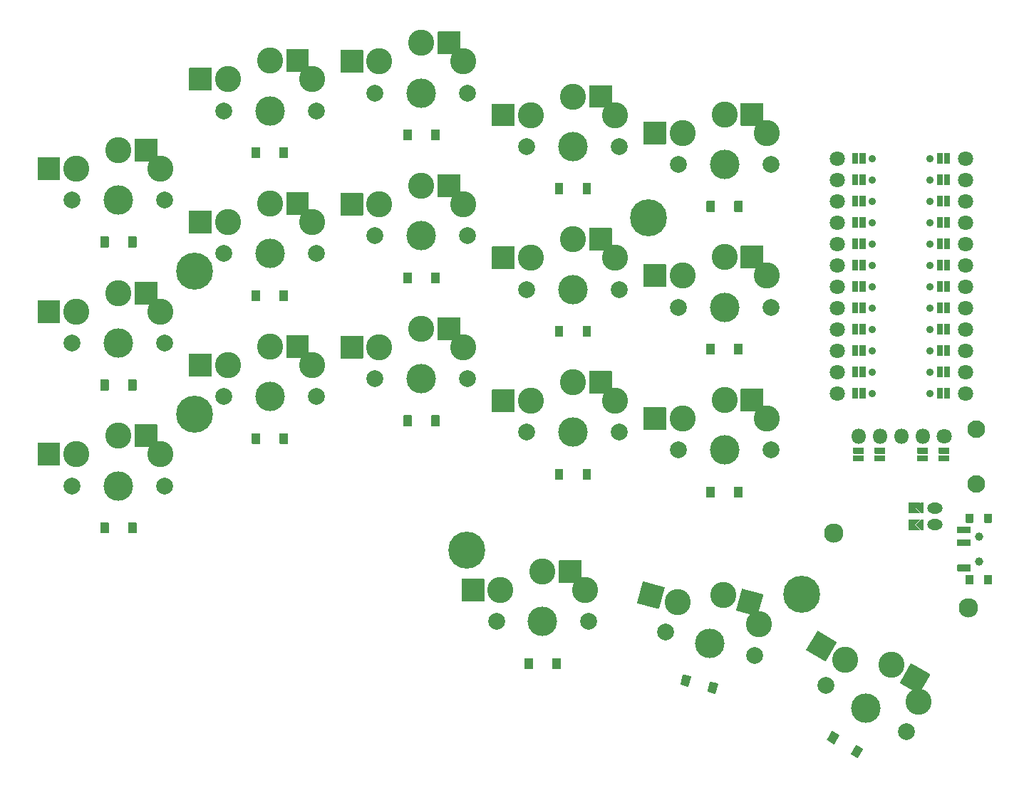
<source format=gts>
G04 #@! TF.GenerationSoftware,KiCad,Pcbnew,8.0.6+1*
G04 #@! TF.CreationDate,2024-12-31T16:22:16+00:00*
G04 #@! TF.ProjectId,corney_island_wireless,636f726e-6579-45f6-9973-6c616e645f77,0.2*
G04 #@! TF.SameCoordinates,Original*
G04 #@! TF.FileFunction,Soldermask,Top*
G04 #@! TF.FilePolarity,Negative*
%FSLAX46Y46*%
G04 Gerber Fmt 4.6, Leading zero omitted, Abs format (unit mm)*
G04 Created by KiCad (PCBNEW 8.0.6+1) date 2024-12-31 16:22:16*
%MOMM*%
%LPD*%
G01*
G04 APERTURE LIST*
%ADD10C,2.300000*%
%ADD11C,4.400000*%
%ADD12C,3.500000*%
%ADD13C,2.000000*%
%ADD14C,3.100000*%
%ADD15C,1.800000*%
%ADD16C,0.900000*%
%ADD17O,1.800000X1.800000*%
%ADD18C,1.000000*%
%ADD19C,2.100000*%
%ADD20O,1.850000X1.300000*%
G04 APERTURE END LIST*
D10*
X185000000Y-105575000D03*
X201000000Y-114475000D03*
D11*
X109000000Y-74500000D03*
X109000000Y-91500000D03*
X163000000Y-68125000D03*
X141400000Y-107650000D03*
X181186589Y-112888004D03*
D12*
X100000000Y-100000000D03*
D13*
X105500000Y-100000000D03*
X94500000Y-100000000D03*
D14*
X100000000Y-94050000D03*
X105000000Y-96250000D03*
D12*
X100000000Y-83000000D03*
D13*
X105500000Y-83000000D03*
X94500000Y-83000000D03*
D14*
X100000000Y-77050000D03*
X105000000Y-79250000D03*
D12*
X100000000Y-66000000D03*
D13*
X105500000Y-66000000D03*
X94500000Y-66000000D03*
D14*
X100000000Y-60050000D03*
X105000000Y-62250000D03*
D12*
X118000000Y-89375000D03*
D13*
X123500000Y-89375000D03*
X112500000Y-89375000D03*
D14*
X118000000Y-83425000D03*
X123000000Y-85625000D03*
D12*
X118000000Y-72375000D03*
D13*
X123500000Y-72375000D03*
X112500000Y-72375000D03*
D14*
X118000000Y-66425000D03*
X123000000Y-68625000D03*
D12*
X118000000Y-55375000D03*
D13*
X123500000Y-55375000D03*
X112500000Y-55375000D03*
D14*
X118000000Y-49425000D03*
X123000000Y-51625000D03*
D12*
X136000000Y-87250000D03*
D13*
X141500000Y-87250000D03*
X130500000Y-87250000D03*
D14*
X136000000Y-81300000D03*
X141000000Y-83500000D03*
D12*
X136000000Y-70250000D03*
D13*
X141500000Y-70250000D03*
X130500000Y-70250000D03*
D14*
X136000000Y-64300000D03*
X141000000Y-66500000D03*
D12*
X136000000Y-53250000D03*
D13*
X141500000Y-53250000D03*
X130500000Y-53250000D03*
D14*
X136000000Y-47300000D03*
X141000000Y-49500000D03*
D12*
X154000000Y-93625000D03*
D13*
X159500000Y-93625000D03*
X148500000Y-93625000D03*
D14*
X154000000Y-87675000D03*
X159000000Y-89875000D03*
D12*
X154000000Y-76625000D03*
D13*
X159500000Y-76625000D03*
X148500000Y-76625000D03*
D14*
X154000000Y-70675000D03*
X159000000Y-72875000D03*
D12*
X154000000Y-59625000D03*
D13*
X159500000Y-59625000D03*
X148500000Y-59625000D03*
D14*
X154000000Y-53675000D03*
X159000000Y-55875000D03*
D12*
X172000000Y-95750000D03*
D13*
X177500000Y-95750000D03*
X166500000Y-95750000D03*
D14*
X172000000Y-89800000D03*
X177000000Y-92000000D03*
D12*
X172000000Y-78750000D03*
D13*
X177500000Y-78750000D03*
X166500000Y-78750000D03*
D14*
X172000000Y-72800000D03*
X177000000Y-75000000D03*
D12*
X172000000Y-61750000D03*
D13*
X177500000Y-61750000D03*
X166500000Y-61750000D03*
D14*
X172000000Y-55800000D03*
X177000000Y-58000000D03*
D12*
X150400000Y-116150000D03*
D13*
X155900000Y-116150000D03*
X144900000Y-116150000D03*
D14*
X150400000Y-110200000D03*
X155400000Y-112400000D03*
D12*
X170293294Y-118769002D03*
D13*
X175605886Y-120192507D03*
X164980702Y-117345497D03*
D14*
X171833267Y-113021743D03*
X176093495Y-116440875D03*
D12*
X188830894Y-126447527D03*
D13*
X193594034Y-129197527D03*
X184067754Y-123697527D03*
D14*
X191805894Y-121294676D03*
X195036021Y-125699932D03*
D12*
X100000000Y-100000000D03*
D13*
X105500000Y-100000000D03*
X94500000Y-100000000D03*
D14*
X100000000Y-94050000D03*
X95000000Y-96250000D03*
G36*
G01*
X101925000Y-95350000D02*
X101925000Y-92750000D01*
G75*
G02*
X101975000Y-92700000I50000J0D01*
G01*
X104575000Y-92700000D01*
G75*
G02*
X104625000Y-92750000I0J-50000D01*
G01*
X104625000Y-95350000D01*
G75*
G02*
X104575000Y-95400000I-50000J0D01*
G01*
X101975000Y-95400000D01*
G75*
G02*
X101925000Y-95350000I0J50000D01*
G01*
G37*
G36*
G01*
X90375000Y-97550000D02*
X90375000Y-94950000D01*
G75*
G02*
X90425000Y-94900000I50000J0D01*
G01*
X93025000Y-94900000D01*
G75*
G02*
X93075000Y-94950000I0J-50000D01*
G01*
X93075000Y-97550000D01*
G75*
G02*
X93025000Y-97600000I-50000J0D01*
G01*
X90425000Y-97600000D01*
G75*
G02*
X90375000Y-97550000I0J50000D01*
G01*
G37*
D12*
X100000000Y-83000000D03*
D13*
X105500000Y-83000000D03*
X94500000Y-83000000D03*
D14*
X100000000Y-77050000D03*
X95000000Y-79250000D03*
G36*
G01*
X101925000Y-78350000D02*
X101925000Y-75750000D01*
G75*
G02*
X101975000Y-75700000I50000J0D01*
G01*
X104575000Y-75700000D01*
G75*
G02*
X104625000Y-75750000I0J-50000D01*
G01*
X104625000Y-78350000D01*
G75*
G02*
X104575000Y-78400000I-50000J0D01*
G01*
X101975000Y-78400000D01*
G75*
G02*
X101925000Y-78350000I0J50000D01*
G01*
G37*
G36*
G01*
X90375000Y-80550000D02*
X90375000Y-77950000D01*
G75*
G02*
X90425000Y-77900000I50000J0D01*
G01*
X93025000Y-77900000D01*
G75*
G02*
X93075000Y-77950000I0J-50000D01*
G01*
X93075000Y-80550000D01*
G75*
G02*
X93025000Y-80600000I-50000J0D01*
G01*
X90425000Y-80600000D01*
G75*
G02*
X90375000Y-80550000I0J50000D01*
G01*
G37*
D12*
X100000000Y-66000000D03*
D13*
X105500000Y-66000000D03*
X94500000Y-66000000D03*
D14*
X100000000Y-60050000D03*
X95000000Y-62250000D03*
G36*
G01*
X101925000Y-61350000D02*
X101925000Y-58750000D01*
G75*
G02*
X101975000Y-58700000I50000J0D01*
G01*
X104575000Y-58700000D01*
G75*
G02*
X104625000Y-58750000I0J-50000D01*
G01*
X104625000Y-61350000D01*
G75*
G02*
X104575000Y-61400000I-50000J0D01*
G01*
X101975000Y-61400000D01*
G75*
G02*
X101925000Y-61350000I0J50000D01*
G01*
G37*
G36*
G01*
X90375000Y-63550000D02*
X90375000Y-60950000D01*
G75*
G02*
X90425000Y-60900000I50000J0D01*
G01*
X93025000Y-60900000D01*
G75*
G02*
X93075000Y-60950000I0J-50000D01*
G01*
X93075000Y-63550000D01*
G75*
G02*
X93025000Y-63600000I-50000J0D01*
G01*
X90425000Y-63600000D01*
G75*
G02*
X90375000Y-63550000I0J50000D01*
G01*
G37*
D12*
X118000000Y-89375000D03*
D13*
X123500000Y-89375000D03*
X112500000Y-89375000D03*
D14*
X118000000Y-83425000D03*
X113000000Y-85625000D03*
G36*
G01*
X119925000Y-84725000D02*
X119925000Y-82125000D01*
G75*
G02*
X119975000Y-82075000I50000J0D01*
G01*
X122575000Y-82075000D01*
G75*
G02*
X122625000Y-82125000I0J-50000D01*
G01*
X122625000Y-84725000D01*
G75*
G02*
X122575000Y-84775000I-50000J0D01*
G01*
X119975000Y-84775000D01*
G75*
G02*
X119925000Y-84725000I0J50000D01*
G01*
G37*
G36*
G01*
X108375000Y-86925000D02*
X108375000Y-84325000D01*
G75*
G02*
X108425000Y-84275000I50000J0D01*
G01*
X111025000Y-84275000D01*
G75*
G02*
X111075000Y-84325000I0J-50000D01*
G01*
X111075000Y-86925000D01*
G75*
G02*
X111025000Y-86975000I-50000J0D01*
G01*
X108425000Y-86975000D01*
G75*
G02*
X108375000Y-86925000I0J50000D01*
G01*
G37*
D12*
X118000000Y-72375000D03*
D13*
X123500000Y-72375000D03*
X112500000Y-72375000D03*
D14*
X118000000Y-66425000D03*
X113000000Y-68625000D03*
G36*
G01*
X119925000Y-67725000D02*
X119925000Y-65125000D01*
G75*
G02*
X119975000Y-65075000I50000J0D01*
G01*
X122575000Y-65075000D01*
G75*
G02*
X122625000Y-65125000I0J-50000D01*
G01*
X122625000Y-67725000D01*
G75*
G02*
X122575000Y-67775000I-50000J0D01*
G01*
X119975000Y-67775000D01*
G75*
G02*
X119925000Y-67725000I0J50000D01*
G01*
G37*
G36*
G01*
X108375000Y-69925000D02*
X108375000Y-67325000D01*
G75*
G02*
X108425000Y-67275000I50000J0D01*
G01*
X111025000Y-67275000D01*
G75*
G02*
X111075000Y-67325000I0J-50000D01*
G01*
X111075000Y-69925000D01*
G75*
G02*
X111025000Y-69975000I-50000J0D01*
G01*
X108425000Y-69975000D01*
G75*
G02*
X108375000Y-69925000I0J50000D01*
G01*
G37*
D12*
X118000000Y-55375000D03*
D13*
X123500000Y-55375000D03*
X112500000Y-55375000D03*
D14*
X118000000Y-49425000D03*
X113000000Y-51625000D03*
G36*
G01*
X119925000Y-50725000D02*
X119925000Y-48125000D01*
G75*
G02*
X119975000Y-48075000I50000J0D01*
G01*
X122575000Y-48075000D01*
G75*
G02*
X122625000Y-48125000I0J-50000D01*
G01*
X122625000Y-50725000D01*
G75*
G02*
X122575000Y-50775000I-50000J0D01*
G01*
X119975000Y-50775000D01*
G75*
G02*
X119925000Y-50725000I0J50000D01*
G01*
G37*
G36*
G01*
X108375000Y-52925000D02*
X108375000Y-50325000D01*
G75*
G02*
X108425000Y-50275000I50000J0D01*
G01*
X111025000Y-50275000D01*
G75*
G02*
X111075000Y-50325000I0J-50000D01*
G01*
X111075000Y-52925000D01*
G75*
G02*
X111025000Y-52975000I-50000J0D01*
G01*
X108425000Y-52975000D01*
G75*
G02*
X108375000Y-52925000I0J50000D01*
G01*
G37*
D12*
X136000000Y-87250000D03*
D13*
X141500000Y-87250000D03*
X130500000Y-87250000D03*
D14*
X136000000Y-81300000D03*
X131000000Y-83500000D03*
G36*
G01*
X137925000Y-82600000D02*
X137925000Y-80000000D01*
G75*
G02*
X137975000Y-79950000I50000J0D01*
G01*
X140575000Y-79950000D01*
G75*
G02*
X140625000Y-80000000I0J-50000D01*
G01*
X140625000Y-82600000D01*
G75*
G02*
X140575000Y-82650000I-50000J0D01*
G01*
X137975000Y-82650000D01*
G75*
G02*
X137925000Y-82600000I0J50000D01*
G01*
G37*
G36*
G01*
X126375000Y-84800000D02*
X126375000Y-82200000D01*
G75*
G02*
X126425000Y-82150000I50000J0D01*
G01*
X129025000Y-82150000D01*
G75*
G02*
X129075000Y-82200000I0J-50000D01*
G01*
X129075000Y-84800000D01*
G75*
G02*
X129025000Y-84850000I-50000J0D01*
G01*
X126425000Y-84850000D01*
G75*
G02*
X126375000Y-84800000I0J50000D01*
G01*
G37*
D12*
X136000000Y-70250000D03*
D13*
X141500000Y-70250000D03*
X130500000Y-70250000D03*
D14*
X136000000Y-64300000D03*
X131000000Y-66500000D03*
G36*
G01*
X137925000Y-65600000D02*
X137925000Y-63000000D01*
G75*
G02*
X137975000Y-62950000I50000J0D01*
G01*
X140575000Y-62950000D01*
G75*
G02*
X140625000Y-63000000I0J-50000D01*
G01*
X140625000Y-65600000D01*
G75*
G02*
X140575000Y-65650000I-50000J0D01*
G01*
X137975000Y-65650000D01*
G75*
G02*
X137925000Y-65600000I0J50000D01*
G01*
G37*
G36*
G01*
X126375000Y-67800000D02*
X126375000Y-65200000D01*
G75*
G02*
X126425000Y-65150000I50000J0D01*
G01*
X129025000Y-65150000D01*
G75*
G02*
X129075000Y-65200000I0J-50000D01*
G01*
X129075000Y-67800000D01*
G75*
G02*
X129025000Y-67850000I-50000J0D01*
G01*
X126425000Y-67850000D01*
G75*
G02*
X126375000Y-67800000I0J50000D01*
G01*
G37*
D12*
X136000000Y-53250000D03*
D13*
X141500000Y-53250000D03*
X130500000Y-53250000D03*
D14*
X136000000Y-47300000D03*
X131000000Y-49500000D03*
G36*
G01*
X137925000Y-48600000D02*
X137925000Y-46000000D01*
G75*
G02*
X137975000Y-45950000I50000J0D01*
G01*
X140575000Y-45950000D01*
G75*
G02*
X140625000Y-46000000I0J-50000D01*
G01*
X140625000Y-48600000D01*
G75*
G02*
X140575000Y-48650000I-50000J0D01*
G01*
X137975000Y-48650000D01*
G75*
G02*
X137925000Y-48600000I0J50000D01*
G01*
G37*
G36*
G01*
X126375000Y-50800000D02*
X126375000Y-48200000D01*
G75*
G02*
X126425000Y-48150000I50000J0D01*
G01*
X129025000Y-48150000D01*
G75*
G02*
X129075000Y-48200000I0J-50000D01*
G01*
X129075000Y-50800000D01*
G75*
G02*
X129025000Y-50850000I-50000J0D01*
G01*
X126425000Y-50850000D01*
G75*
G02*
X126375000Y-50800000I0J50000D01*
G01*
G37*
D12*
X154000000Y-93625000D03*
D13*
X159500000Y-93625000D03*
X148500000Y-93625000D03*
D14*
X154000000Y-87675000D03*
X149000000Y-89875000D03*
G36*
G01*
X155925000Y-88975000D02*
X155925000Y-86375000D01*
G75*
G02*
X155975000Y-86325000I50000J0D01*
G01*
X158575000Y-86325000D01*
G75*
G02*
X158625000Y-86375000I0J-50000D01*
G01*
X158625000Y-88975000D01*
G75*
G02*
X158575000Y-89025000I-50000J0D01*
G01*
X155975000Y-89025000D01*
G75*
G02*
X155925000Y-88975000I0J50000D01*
G01*
G37*
G36*
G01*
X144375000Y-91175000D02*
X144375000Y-88575000D01*
G75*
G02*
X144425000Y-88525000I50000J0D01*
G01*
X147025000Y-88525000D01*
G75*
G02*
X147075000Y-88575000I0J-50000D01*
G01*
X147075000Y-91175000D01*
G75*
G02*
X147025000Y-91225000I-50000J0D01*
G01*
X144425000Y-91225000D01*
G75*
G02*
X144375000Y-91175000I0J50000D01*
G01*
G37*
D12*
X154000000Y-76625000D03*
D13*
X159500000Y-76625000D03*
X148500000Y-76625000D03*
D14*
X154000000Y-70675000D03*
X149000000Y-72875000D03*
G36*
G01*
X155925000Y-71975000D02*
X155925000Y-69375000D01*
G75*
G02*
X155975000Y-69325000I50000J0D01*
G01*
X158575000Y-69325000D01*
G75*
G02*
X158625000Y-69375000I0J-50000D01*
G01*
X158625000Y-71975000D01*
G75*
G02*
X158575000Y-72025000I-50000J0D01*
G01*
X155975000Y-72025000D01*
G75*
G02*
X155925000Y-71975000I0J50000D01*
G01*
G37*
G36*
G01*
X144375000Y-74175000D02*
X144375000Y-71575000D01*
G75*
G02*
X144425000Y-71525000I50000J0D01*
G01*
X147025000Y-71525000D01*
G75*
G02*
X147075000Y-71575000I0J-50000D01*
G01*
X147075000Y-74175000D01*
G75*
G02*
X147025000Y-74225000I-50000J0D01*
G01*
X144425000Y-74225000D01*
G75*
G02*
X144375000Y-74175000I0J50000D01*
G01*
G37*
D12*
X154000000Y-59625000D03*
D13*
X159500000Y-59625000D03*
X148500000Y-59625000D03*
D14*
X154000000Y-53675000D03*
X149000000Y-55875000D03*
G36*
G01*
X155925000Y-54975000D02*
X155925000Y-52375000D01*
G75*
G02*
X155975000Y-52325000I50000J0D01*
G01*
X158575000Y-52325000D01*
G75*
G02*
X158625000Y-52375000I0J-50000D01*
G01*
X158625000Y-54975000D01*
G75*
G02*
X158575000Y-55025000I-50000J0D01*
G01*
X155975000Y-55025000D01*
G75*
G02*
X155925000Y-54975000I0J50000D01*
G01*
G37*
G36*
G01*
X144375000Y-57175000D02*
X144375000Y-54575000D01*
G75*
G02*
X144425000Y-54525000I50000J0D01*
G01*
X147025000Y-54525000D01*
G75*
G02*
X147075000Y-54575000I0J-50000D01*
G01*
X147075000Y-57175000D01*
G75*
G02*
X147025000Y-57225000I-50000J0D01*
G01*
X144425000Y-57225000D01*
G75*
G02*
X144375000Y-57175000I0J50000D01*
G01*
G37*
D12*
X172000000Y-95750000D03*
D13*
X177500000Y-95750000D03*
X166500000Y-95750000D03*
D14*
X172000000Y-89800000D03*
X167000000Y-92000000D03*
G36*
G01*
X173925000Y-91100000D02*
X173925000Y-88500000D01*
G75*
G02*
X173975000Y-88450000I50000J0D01*
G01*
X176575000Y-88450000D01*
G75*
G02*
X176625000Y-88500000I0J-50000D01*
G01*
X176625000Y-91100000D01*
G75*
G02*
X176575000Y-91150000I-50000J0D01*
G01*
X173975000Y-91150000D01*
G75*
G02*
X173925000Y-91100000I0J50000D01*
G01*
G37*
G36*
G01*
X162375000Y-93300000D02*
X162375000Y-90700000D01*
G75*
G02*
X162425000Y-90650000I50000J0D01*
G01*
X165025000Y-90650000D01*
G75*
G02*
X165075000Y-90700000I0J-50000D01*
G01*
X165075000Y-93300000D01*
G75*
G02*
X165025000Y-93350000I-50000J0D01*
G01*
X162425000Y-93350000D01*
G75*
G02*
X162375000Y-93300000I0J50000D01*
G01*
G37*
D12*
X172000000Y-78750000D03*
D13*
X177500000Y-78750000D03*
X166500000Y-78750000D03*
D14*
X172000000Y-72800000D03*
X167000000Y-75000000D03*
G36*
G01*
X173925000Y-74100000D02*
X173925000Y-71500000D01*
G75*
G02*
X173975000Y-71450000I50000J0D01*
G01*
X176575000Y-71450000D01*
G75*
G02*
X176625000Y-71500000I0J-50000D01*
G01*
X176625000Y-74100000D01*
G75*
G02*
X176575000Y-74150000I-50000J0D01*
G01*
X173975000Y-74150000D01*
G75*
G02*
X173925000Y-74100000I0J50000D01*
G01*
G37*
G36*
G01*
X162375000Y-76300000D02*
X162375000Y-73700000D01*
G75*
G02*
X162425000Y-73650000I50000J0D01*
G01*
X165025000Y-73650000D01*
G75*
G02*
X165075000Y-73700000I0J-50000D01*
G01*
X165075000Y-76300000D01*
G75*
G02*
X165025000Y-76350000I-50000J0D01*
G01*
X162425000Y-76350000D01*
G75*
G02*
X162375000Y-76300000I0J50000D01*
G01*
G37*
D12*
X172000000Y-61750000D03*
D13*
X177500000Y-61750000D03*
X166500000Y-61750000D03*
D14*
X172000000Y-55800000D03*
X167000000Y-58000000D03*
G36*
G01*
X173925000Y-57100000D02*
X173925000Y-54500000D01*
G75*
G02*
X173975000Y-54450000I50000J0D01*
G01*
X176575000Y-54450000D01*
G75*
G02*
X176625000Y-54500000I0J-50000D01*
G01*
X176625000Y-57100000D01*
G75*
G02*
X176575000Y-57150000I-50000J0D01*
G01*
X173975000Y-57150000D01*
G75*
G02*
X173925000Y-57100000I0J50000D01*
G01*
G37*
G36*
G01*
X162375000Y-59300000D02*
X162375000Y-56700000D01*
G75*
G02*
X162425000Y-56650000I50000J0D01*
G01*
X165025000Y-56650000D01*
G75*
G02*
X165075000Y-56700000I0J-50000D01*
G01*
X165075000Y-59300000D01*
G75*
G02*
X165025000Y-59350000I-50000J0D01*
G01*
X162425000Y-59350000D01*
G75*
G02*
X162375000Y-59300000I0J50000D01*
G01*
G37*
D12*
X150400000Y-116150000D03*
D13*
X155900000Y-116150000D03*
X144900000Y-116150000D03*
D14*
X150400000Y-110200000D03*
X145400000Y-112400000D03*
G36*
G01*
X152325000Y-111500000D02*
X152325000Y-108900000D01*
G75*
G02*
X152375000Y-108850000I50000J0D01*
G01*
X154975000Y-108850000D01*
G75*
G02*
X155025000Y-108900000I0J-50000D01*
G01*
X155025000Y-111500000D01*
G75*
G02*
X154975000Y-111550000I-50000J0D01*
G01*
X152375000Y-111550000D01*
G75*
G02*
X152325000Y-111500000I0J50000D01*
G01*
G37*
G36*
G01*
X140775000Y-113700000D02*
X140775000Y-111100000D01*
G75*
G02*
X140825000Y-111050000I50000J0D01*
G01*
X143425000Y-111050000D01*
G75*
G02*
X143475000Y-111100000I0J-50000D01*
G01*
X143475000Y-113700000D01*
G75*
G02*
X143425000Y-113750000I-50000J0D01*
G01*
X140825000Y-113750000D01*
G75*
G02*
X140775000Y-113700000I0J50000D01*
G01*
G37*
D12*
X170293294Y-118769002D03*
D13*
X175605886Y-120192507D03*
X164980702Y-117345497D03*
D14*
X171833267Y-113021743D03*
X166434236Y-113852685D03*
G36*
G01*
X173356210Y-114775674D02*
X174029139Y-112264267D01*
G75*
G02*
X174090376Y-112228912I48296J-12941D01*
G01*
X176601783Y-112901841D01*
G75*
G02*
X176637138Y-112963078I-12941J-48296D01*
G01*
X175964209Y-115474485D01*
G75*
G02*
X175902972Y-115509840I-48296J12941D01*
G01*
X173391565Y-114836911D01*
G75*
G02*
X173356210Y-114775674I12941J48296D01*
G01*
G37*
G36*
G01*
X161630365Y-113911351D02*
X162303294Y-111399944D01*
G75*
G02*
X162364531Y-111364589I48296J-12941D01*
G01*
X164875938Y-112037518D01*
G75*
G02*
X164911293Y-112098755I-12941J-48296D01*
G01*
X164238364Y-114610162D01*
G75*
G02*
X164177127Y-114645517I-48296J12941D01*
G01*
X161665720Y-113972588D01*
G75*
G02*
X161630365Y-113911351I12941J48296D01*
G01*
G37*
D12*
X188830894Y-126447527D03*
D13*
X193594034Y-129197527D03*
X184067754Y-123697527D03*
D14*
X191805894Y-121294676D03*
X186375767Y-120699932D03*
G36*
G01*
X192822993Y-123383009D02*
X194122993Y-121131343D01*
G75*
G02*
X194191294Y-121113042I43301J-25000D01*
G01*
X196442960Y-122413042D01*
G75*
G02*
X196461261Y-122481343I-25000J-43301D01*
G01*
X195161261Y-124733009D01*
G75*
G02*
X195092960Y-124751310I-43301J25000D01*
G01*
X192841294Y-123451310D01*
G75*
G02*
X192822993Y-123383009I25000J43301D01*
G01*
G37*
G36*
G01*
X181720400Y-119513265D02*
X183020400Y-117261599D01*
G75*
G02*
X183088701Y-117243298I43301J-25000D01*
G01*
X185340367Y-118543298D01*
G75*
G02*
X185358668Y-118611599I-25000J-43301D01*
G01*
X184058668Y-120863265D01*
G75*
G02*
X183990367Y-120881566I-43301J25000D01*
G01*
X181738701Y-119581566D01*
G75*
G02*
X181720400Y-119513265I25000J43301D01*
G01*
G37*
G36*
G01*
X102150000Y-104400000D02*
X102150000Y-105600000D01*
G75*
G02*
X102100000Y-105650000I-50000J0D01*
G01*
X101200000Y-105650000D01*
G75*
G02*
X101150000Y-105600000I0J50000D01*
G01*
X101150000Y-104400000D01*
G75*
G02*
X101200000Y-104350000I50000J0D01*
G01*
X102100000Y-104350000D01*
G75*
G02*
X102150000Y-104400000I0J-50000D01*
G01*
G37*
G36*
G01*
X98850000Y-104400000D02*
X98850000Y-105600000D01*
G75*
G02*
X98800000Y-105650000I-50000J0D01*
G01*
X97900000Y-105650000D01*
G75*
G02*
X97850000Y-105600000I0J50000D01*
G01*
X97850000Y-104400000D01*
G75*
G02*
X97900000Y-104350000I50000J0D01*
G01*
X98800000Y-104350000D01*
G75*
G02*
X98850000Y-104400000I0J-50000D01*
G01*
G37*
G36*
G01*
X102150000Y-87400000D02*
X102150000Y-88600000D01*
G75*
G02*
X102100000Y-88650000I-50000J0D01*
G01*
X101200000Y-88650000D01*
G75*
G02*
X101150000Y-88600000I0J50000D01*
G01*
X101150000Y-87400000D01*
G75*
G02*
X101200000Y-87350000I50000J0D01*
G01*
X102100000Y-87350000D01*
G75*
G02*
X102150000Y-87400000I0J-50000D01*
G01*
G37*
G36*
G01*
X98850000Y-87400000D02*
X98850000Y-88600000D01*
G75*
G02*
X98800000Y-88650000I-50000J0D01*
G01*
X97900000Y-88650000D01*
G75*
G02*
X97850000Y-88600000I0J50000D01*
G01*
X97850000Y-87400000D01*
G75*
G02*
X97900000Y-87350000I50000J0D01*
G01*
X98800000Y-87350000D01*
G75*
G02*
X98850000Y-87400000I0J-50000D01*
G01*
G37*
G36*
G01*
X102150000Y-70400000D02*
X102150000Y-71600000D01*
G75*
G02*
X102100000Y-71650000I-50000J0D01*
G01*
X101200000Y-71650000D01*
G75*
G02*
X101150000Y-71600000I0J50000D01*
G01*
X101150000Y-70400000D01*
G75*
G02*
X101200000Y-70350000I50000J0D01*
G01*
X102100000Y-70350000D01*
G75*
G02*
X102150000Y-70400000I0J-50000D01*
G01*
G37*
G36*
G01*
X98850000Y-70400000D02*
X98850000Y-71600000D01*
G75*
G02*
X98800000Y-71650000I-50000J0D01*
G01*
X97900000Y-71650000D01*
G75*
G02*
X97850000Y-71600000I0J50000D01*
G01*
X97850000Y-70400000D01*
G75*
G02*
X97900000Y-70350000I50000J0D01*
G01*
X98800000Y-70350000D01*
G75*
G02*
X98850000Y-70400000I0J-50000D01*
G01*
G37*
G36*
G01*
X120150000Y-93775000D02*
X120150000Y-94975000D01*
G75*
G02*
X120100000Y-95025000I-50000J0D01*
G01*
X119200000Y-95025000D01*
G75*
G02*
X119150000Y-94975000I0J50000D01*
G01*
X119150000Y-93775000D01*
G75*
G02*
X119200000Y-93725000I50000J0D01*
G01*
X120100000Y-93725000D01*
G75*
G02*
X120150000Y-93775000I0J-50000D01*
G01*
G37*
G36*
G01*
X116850000Y-93775000D02*
X116850000Y-94975000D01*
G75*
G02*
X116800000Y-95025000I-50000J0D01*
G01*
X115900000Y-95025000D01*
G75*
G02*
X115850000Y-94975000I0J50000D01*
G01*
X115850000Y-93775000D01*
G75*
G02*
X115900000Y-93725000I50000J0D01*
G01*
X116800000Y-93725000D01*
G75*
G02*
X116850000Y-93775000I0J-50000D01*
G01*
G37*
G36*
G01*
X120150000Y-76775000D02*
X120150000Y-77975000D01*
G75*
G02*
X120100000Y-78025000I-50000J0D01*
G01*
X119200000Y-78025000D01*
G75*
G02*
X119150000Y-77975000I0J50000D01*
G01*
X119150000Y-76775000D01*
G75*
G02*
X119200000Y-76725000I50000J0D01*
G01*
X120100000Y-76725000D01*
G75*
G02*
X120150000Y-76775000I0J-50000D01*
G01*
G37*
G36*
G01*
X116850000Y-76775000D02*
X116850000Y-77975000D01*
G75*
G02*
X116800000Y-78025000I-50000J0D01*
G01*
X115900000Y-78025000D01*
G75*
G02*
X115850000Y-77975000I0J50000D01*
G01*
X115850000Y-76775000D01*
G75*
G02*
X115900000Y-76725000I50000J0D01*
G01*
X116800000Y-76725000D01*
G75*
G02*
X116850000Y-76775000I0J-50000D01*
G01*
G37*
G36*
G01*
X120150000Y-59775000D02*
X120150000Y-60975000D01*
G75*
G02*
X120100000Y-61025000I-50000J0D01*
G01*
X119200000Y-61025000D01*
G75*
G02*
X119150000Y-60975000I0J50000D01*
G01*
X119150000Y-59775000D01*
G75*
G02*
X119200000Y-59725000I50000J0D01*
G01*
X120100000Y-59725000D01*
G75*
G02*
X120150000Y-59775000I0J-50000D01*
G01*
G37*
G36*
G01*
X116850000Y-59775000D02*
X116850000Y-60975000D01*
G75*
G02*
X116800000Y-61025000I-50000J0D01*
G01*
X115900000Y-61025000D01*
G75*
G02*
X115850000Y-60975000I0J50000D01*
G01*
X115850000Y-59775000D01*
G75*
G02*
X115900000Y-59725000I50000J0D01*
G01*
X116800000Y-59725000D01*
G75*
G02*
X116850000Y-59775000I0J-50000D01*
G01*
G37*
G36*
G01*
X138150000Y-91650000D02*
X138150000Y-92850000D01*
G75*
G02*
X138100000Y-92900000I-50000J0D01*
G01*
X137200000Y-92900000D01*
G75*
G02*
X137150000Y-92850000I0J50000D01*
G01*
X137150000Y-91650000D01*
G75*
G02*
X137200000Y-91600000I50000J0D01*
G01*
X138100000Y-91600000D01*
G75*
G02*
X138150000Y-91650000I0J-50000D01*
G01*
G37*
G36*
G01*
X134850000Y-91650000D02*
X134850000Y-92850000D01*
G75*
G02*
X134800000Y-92900000I-50000J0D01*
G01*
X133900000Y-92900000D01*
G75*
G02*
X133850000Y-92850000I0J50000D01*
G01*
X133850000Y-91650000D01*
G75*
G02*
X133900000Y-91600000I50000J0D01*
G01*
X134800000Y-91600000D01*
G75*
G02*
X134850000Y-91650000I0J-50000D01*
G01*
G37*
G36*
G01*
X138150000Y-74650000D02*
X138150000Y-75850000D01*
G75*
G02*
X138100000Y-75900000I-50000J0D01*
G01*
X137200000Y-75900000D01*
G75*
G02*
X137150000Y-75850000I0J50000D01*
G01*
X137150000Y-74650000D01*
G75*
G02*
X137200000Y-74600000I50000J0D01*
G01*
X138100000Y-74600000D01*
G75*
G02*
X138150000Y-74650000I0J-50000D01*
G01*
G37*
G36*
G01*
X134850000Y-74650000D02*
X134850000Y-75850000D01*
G75*
G02*
X134800000Y-75900000I-50000J0D01*
G01*
X133900000Y-75900000D01*
G75*
G02*
X133850000Y-75850000I0J50000D01*
G01*
X133850000Y-74650000D01*
G75*
G02*
X133900000Y-74600000I50000J0D01*
G01*
X134800000Y-74600000D01*
G75*
G02*
X134850000Y-74650000I0J-50000D01*
G01*
G37*
G36*
G01*
X138150000Y-57650000D02*
X138150000Y-58850000D01*
G75*
G02*
X138100000Y-58900000I-50000J0D01*
G01*
X137200000Y-58900000D01*
G75*
G02*
X137150000Y-58850000I0J50000D01*
G01*
X137150000Y-57650000D01*
G75*
G02*
X137200000Y-57600000I50000J0D01*
G01*
X138100000Y-57600000D01*
G75*
G02*
X138150000Y-57650000I0J-50000D01*
G01*
G37*
G36*
G01*
X134850000Y-57650000D02*
X134850000Y-58850000D01*
G75*
G02*
X134800000Y-58900000I-50000J0D01*
G01*
X133900000Y-58900000D01*
G75*
G02*
X133850000Y-58850000I0J50000D01*
G01*
X133850000Y-57650000D01*
G75*
G02*
X133900000Y-57600000I50000J0D01*
G01*
X134800000Y-57600000D01*
G75*
G02*
X134850000Y-57650000I0J-50000D01*
G01*
G37*
G36*
G01*
X156150000Y-98025000D02*
X156150000Y-99225000D01*
G75*
G02*
X156100000Y-99275000I-50000J0D01*
G01*
X155200000Y-99275000D01*
G75*
G02*
X155150000Y-99225000I0J50000D01*
G01*
X155150000Y-98025000D01*
G75*
G02*
X155200000Y-97975000I50000J0D01*
G01*
X156100000Y-97975000D01*
G75*
G02*
X156150000Y-98025000I0J-50000D01*
G01*
G37*
G36*
G01*
X152850000Y-98025000D02*
X152850000Y-99225000D01*
G75*
G02*
X152800000Y-99275000I-50000J0D01*
G01*
X151900000Y-99275000D01*
G75*
G02*
X151850000Y-99225000I0J50000D01*
G01*
X151850000Y-98025000D01*
G75*
G02*
X151900000Y-97975000I50000J0D01*
G01*
X152800000Y-97975000D01*
G75*
G02*
X152850000Y-98025000I0J-50000D01*
G01*
G37*
G36*
G01*
X156150000Y-81025000D02*
X156150000Y-82225000D01*
G75*
G02*
X156100000Y-82275000I-50000J0D01*
G01*
X155200000Y-82275000D01*
G75*
G02*
X155150000Y-82225000I0J50000D01*
G01*
X155150000Y-81025000D01*
G75*
G02*
X155200000Y-80975000I50000J0D01*
G01*
X156100000Y-80975000D01*
G75*
G02*
X156150000Y-81025000I0J-50000D01*
G01*
G37*
G36*
G01*
X152850000Y-81025000D02*
X152850000Y-82225000D01*
G75*
G02*
X152800000Y-82275000I-50000J0D01*
G01*
X151900000Y-82275000D01*
G75*
G02*
X151850000Y-82225000I0J50000D01*
G01*
X151850000Y-81025000D01*
G75*
G02*
X151900000Y-80975000I50000J0D01*
G01*
X152800000Y-80975000D01*
G75*
G02*
X152850000Y-81025000I0J-50000D01*
G01*
G37*
G36*
G01*
X156150000Y-64025000D02*
X156150000Y-65225000D01*
G75*
G02*
X156100000Y-65275000I-50000J0D01*
G01*
X155200000Y-65275000D01*
G75*
G02*
X155150000Y-65225000I0J50000D01*
G01*
X155150000Y-64025000D01*
G75*
G02*
X155200000Y-63975000I50000J0D01*
G01*
X156100000Y-63975000D01*
G75*
G02*
X156150000Y-64025000I0J-50000D01*
G01*
G37*
G36*
G01*
X152850000Y-64025000D02*
X152850000Y-65225000D01*
G75*
G02*
X152800000Y-65275000I-50000J0D01*
G01*
X151900000Y-65275000D01*
G75*
G02*
X151850000Y-65225000I0J50000D01*
G01*
X151850000Y-64025000D01*
G75*
G02*
X151900000Y-63975000I50000J0D01*
G01*
X152800000Y-63975000D01*
G75*
G02*
X152850000Y-64025000I0J-50000D01*
G01*
G37*
G36*
G01*
X174150000Y-100150000D02*
X174150000Y-101350000D01*
G75*
G02*
X174100000Y-101400000I-50000J0D01*
G01*
X173200000Y-101400000D01*
G75*
G02*
X173150000Y-101350000I0J50000D01*
G01*
X173150000Y-100150000D01*
G75*
G02*
X173200000Y-100100000I50000J0D01*
G01*
X174100000Y-100100000D01*
G75*
G02*
X174150000Y-100150000I0J-50000D01*
G01*
G37*
G36*
G01*
X170850000Y-100150000D02*
X170850000Y-101350000D01*
G75*
G02*
X170800000Y-101400000I-50000J0D01*
G01*
X169900000Y-101400000D01*
G75*
G02*
X169850000Y-101350000I0J50000D01*
G01*
X169850000Y-100150000D01*
G75*
G02*
X169900000Y-100100000I50000J0D01*
G01*
X170800000Y-100100000D01*
G75*
G02*
X170850000Y-100150000I0J-50000D01*
G01*
G37*
G36*
G01*
X174150000Y-83150000D02*
X174150000Y-84350000D01*
G75*
G02*
X174100000Y-84400000I-50000J0D01*
G01*
X173200000Y-84400000D01*
G75*
G02*
X173150000Y-84350000I0J50000D01*
G01*
X173150000Y-83150000D01*
G75*
G02*
X173200000Y-83100000I50000J0D01*
G01*
X174100000Y-83100000D01*
G75*
G02*
X174150000Y-83150000I0J-50000D01*
G01*
G37*
G36*
G01*
X170850000Y-83150000D02*
X170850000Y-84350000D01*
G75*
G02*
X170800000Y-84400000I-50000J0D01*
G01*
X169900000Y-84400000D01*
G75*
G02*
X169850000Y-84350000I0J50000D01*
G01*
X169850000Y-83150000D01*
G75*
G02*
X169900000Y-83100000I50000J0D01*
G01*
X170800000Y-83100000D01*
G75*
G02*
X170850000Y-83150000I0J-50000D01*
G01*
G37*
G36*
G01*
X174150000Y-66150000D02*
X174150000Y-67350000D01*
G75*
G02*
X174100000Y-67400000I-50000J0D01*
G01*
X173200000Y-67400000D01*
G75*
G02*
X173150000Y-67350000I0J50000D01*
G01*
X173150000Y-66150000D01*
G75*
G02*
X173200000Y-66100000I50000J0D01*
G01*
X174100000Y-66100000D01*
G75*
G02*
X174150000Y-66150000I0J-50000D01*
G01*
G37*
G36*
G01*
X170850000Y-66150000D02*
X170850000Y-67350000D01*
G75*
G02*
X170800000Y-67400000I-50000J0D01*
G01*
X169900000Y-67400000D01*
G75*
G02*
X169850000Y-67350000I0J50000D01*
G01*
X169850000Y-66150000D01*
G75*
G02*
X169900000Y-66100000I50000J0D01*
G01*
X170800000Y-66100000D01*
G75*
G02*
X170850000Y-66150000I0J-50000D01*
G01*
G37*
G36*
G01*
X152550000Y-120550000D02*
X152550000Y-121750000D01*
G75*
G02*
X152500000Y-121800000I-50000J0D01*
G01*
X151600000Y-121800000D01*
G75*
G02*
X151550000Y-121750000I0J50000D01*
G01*
X151550000Y-120550000D01*
G75*
G02*
X151600000Y-120500000I50000J0D01*
G01*
X152500000Y-120500000D01*
G75*
G02*
X152550000Y-120550000I0J-50000D01*
G01*
G37*
G36*
G01*
X149250000Y-120550000D02*
X149250000Y-121750000D01*
G75*
G02*
X149200000Y-121800000I-50000J0D01*
G01*
X148300000Y-121800000D01*
G75*
G02*
X148250000Y-121750000I0J50000D01*
G01*
X148250000Y-120550000D01*
G75*
G02*
X148300000Y-120500000I50000J0D01*
G01*
X149200000Y-120500000D01*
G75*
G02*
X149250000Y-120550000I0J-50000D01*
G01*
G37*
G36*
G01*
X171231231Y-123575536D02*
X170920648Y-124734647D01*
G75*
G02*
X170859411Y-124770002I-48296J12941D01*
G01*
X169990078Y-124537065D01*
G75*
G02*
X169954723Y-124475828I12941J48296D01*
G01*
X170265306Y-123316717D01*
G75*
G02*
X170326543Y-123281362I48296J-12941D01*
G01*
X171195876Y-123514299D01*
G75*
G02*
X171231231Y-123575536I-12941J-48296D01*
G01*
G37*
G36*
G01*
X168043675Y-122721434D02*
X167733092Y-123880545D01*
G75*
G02*
X167671855Y-123915900I-48296J12941D01*
G01*
X166802522Y-123682963D01*
G75*
G02*
X166767167Y-123621726I12941J48296D01*
G01*
X167077750Y-122462615D01*
G75*
G02*
X167138987Y-122427260I48296J-12941D01*
G01*
X168008320Y-122660197D01*
G75*
G02*
X168043675Y-122721434I-12941J-48296D01*
G01*
G37*
G36*
G01*
X188492848Y-131333039D02*
X187892848Y-132372269D01*
G75*
G02*
X187824547Y-132390570I-43301J25000D01*
G01*
X187045125Y-131940570D01*
G75*
G02*
X187026824Y-131872269I25000J43301D01*
G01*
X187626824Y-130833039D01*
G75*
G02*
X187695125Y-130814738I43301J-25000D01*
G01*
X188474547Y-131264738D01*
G75*
G02*
X188492848Y-131333039I-25000J-43301D01*
G01*
G37*
G36*
G01*
X185634964Y-129683039D02*
X185034964Y-130722269D01*
G75*
G02*
X184966663Y-130740570I-43301J25000D01*
G01*
X184187241Y-130290570D01*
G75*
G02*
X184168940Y-130222269I25000J43301D01*
G01*
X184768940Y-129183039D01*
G75*
G02*
X184837241Y-129164738I43301J-25000D01*
G01*
X185616663Y-129614738D01*
G75*
G02*
X185634964Y-129683039I-25000J-43301D01*
G01*
G37*
D15*
X185380000Y-61045000D03*
X200620000Y-61045000D03*
D16*
X196400000Y-61045000D03*
X189600000Y-61045000D03*
G36*
G01*
X187170000Y-61645000D02*
X187170000Y-60445000D01*
G75*
G02*
X187220000Y-60395000I50000J0D01*
G01*
X187820000Y-60395000D01*
G75*
G02*
X187870000Y-60445000I0J-50000D01*
G01*
X187870000Y-61645000D01*
G75*
G02*
X187820000Y-61695000I-50000J0D01*
G01*
X187220000Y-61695000D01*
G75*
G02*
X187170000Y-61645000I0J50000D01*
G01*
G37*
G36*
G01*
X188070000Y-61645000D02*
X188070000Y-60445000D01*
G75*
G02*
X188120000Y-60395000I50000J0D01*
G01*
X188720000Y-60395000D01*
G75*
G02*
X188770000Y-60445000I0J-50000D01*
G01*
X188770000Y-61645000D01*
G75*
G02*
X188720000Y-61695000I-50000J0D01*
G01*
X188120000Y-61695000D01*
G75*
G02*
X188070000Y-61645000I0J50000D01*
G01*
G37*
G36*
G01*
X197230000Y-61645000D02*
X197230000Y-60445000D01*
G75*
G02*
X197280000Y-60395000I50000J0D01*
G01*
X197880000Y-60395000D01*
G75*
G02*
X197930000Y-60445000I0J-50000D01*
G01*
X197930000Y-61645000D01*
G75*
G02*
X197880000Y-61695000I-50000J0D01*
G01*
X197280000Y-61695000D01*
G75*
G02*
X197230000Y-61645000I0J50000D01*
G01*
G37*
G36*
G01*
X198130000Y-61645000D02*
X198130000Y-60445000D01*
G75*
G02*
X198180000Y-60395000I50000J0D01*
G01*
X198780000Y-60395000D01*
G75*
G02*
X198830000Y-60445000I0J-50000D01*
G01*
X198830000Y-61645000D01*
G75*
G02*
X198780000Y-61695000I-50000J0D01*
G01*
X198180000Y-61695000D01*
G75*
G02*
X198130000Y-61645000I0J50000D01*
G01*
G37*
D15*
X185380000Y-63585000D03*
X200620000Y-63585000D03*
D16*
X196400000Y-63585000D03*
X189600000Y-63585000D03*
G36*
G01*
X187170000Y-64185000D02*
X187170000Y-62985000D01*
G75*
G02*
X187220000Y-62935000I50000J0D01*
G01*
X187820000Y-62935000D01*
G75*
G02*
X187870000Y-62985000I0J-50000D01*
G01*
X187870000Y-64185000D01*
G75*
G02*
X187820000Y-64235000I-50000J0D01*
G01*
X187220000Y-64235000D01*
G75*
G02*
X187170000Y-64185000I0J50000D01*
G01*
G37*
G36*
G01*
X188070000Y-64185000D02*
X188070000Y-62985000D01*
G75*
G02*
X188120000Y-62935000I50000J0D01*
G01*
X188720000Y-62935000D01*
G75*
G02*
X188770000Y-62985000I0J-50000D01*
G01*
X188770000Y-64185000D01*
G75*
G02*
X188720000Y-64235000I-50000J0D01*
G01*
X188120000Y-64235000D01*
G75*
G02*
X188070000Y-64185000I0J50000D01*
G01*
G37*
G36*
G01*
X197230000Y-64185000D02*
X197230000Y-62985000D01*
G75*
G02*
X197280000Y-62935000I50000J0D01*
G01*
X197880000Y-62935000D01*
G75*
G02*
X197930000Y-62985000I0J-50000D01*
G01*
X197930000Y-64185000D01*
G75*
G02*
X197880000Y-64235000I-50000J0D01*
G01*
X197280000Y-64235000D01*
G75*
G02*
X197230000Y-64185000I0J50000D01*
G01*
G37*
G36*
G01*
X198130000Y-64185000D02*
X198130000Y-62985000D01*
G75*
G02*
X198180000Y-62935000I50000J0D01*
G01*
X198780000Y-62935000D01*
G75*
G02*
X198830000Y-62985000I0J-50000D01*
G01*
X198830000Y-64185000D01*
G75*
G02*
X198780000Y-64235000I-50000J0D01*
G01*
X198180000Y-64235000D01*
G75*
G02*
X198130000Y-64185000I0J50000D01*
G01*
G37*
D15*
X185380000Y-66125000D03*
X200620000Y-66125000D03*
D16*
X196400000Y-66125000D03*
X189600000Y-66125000D03*
G36*
G01*
X187170000Y-66725000D02*
X187170000Y-65525000D01*
G75*
G02*
X187220000Y-65475000I50000J0D01*
G01*
X187820000Y-65475000D01*
G75*
G02*
X187870000Y-65525000I0J-50000D01*
G01*
X187870000Y-66725000D01*
G75*
G02*
X187820000Y-66775000I-50000J0D01*
G01*
X187220000Y-66775000D01*
G75*
G02*
X187170000Y-66725000I0J50000D01*
G01*
G37*
G36*
G01*
X188070000Y-66725000D02*
X188070000Y-65525000D01*
G75*
G02*
X188120000Y-65475000I50000J0D01*
G01*
X188720000Y-65475000D01*
G75*
G02*
X188770000Y-65525000I0J-50000D01*
G01*
X188770000Y-66725000D01*
G75*
G02*
X188720000Y-66775000I-50000J0D01*
G01*
X188120000Y-66775000D01*
G75*
G02*
X188070000Y-66725000I0J50000D01*
G01*
G37*
G36*
G01*
X197230000Y-66725000D02*
X197230000Y-65525000D01*
G75*
G02*
X197280000Y-65475000I50000J0D01*
G01*
X197880000Y-65475000D01*
G75*
G02*
X197930000Y-65525000I0J-50000D01*
G01*
X197930000Y-66725000D01*
G75*
G02*
X197880000Y-66775000I-50000J0D01*
G01*
X197280000Y-66775000D01*
G75*
G02*
X197230000Y-66725000I0J50000D01*
G01*
G37*
G36*
G01*
X198130000Y-66725000D02*
X198130000Y-65525000D01*
G75*
G02*
X198180000Y-65475000I50000J0D01*
G01*
X198780000Y-65475000D01*
G75*
G02*
X198830000Y-65525000I0J-50000D01*
G01*
X198830000Y-66725000D01*
G75*
G02*
X198780000Y-66775000I-50000J0D01*
G01*
X198180000Y-66775000D01*
G75*
G02*
X198130000Y-66725000I0J50000D01*
G01*
G37*
D15*
X185380000Y-68665000D03*
X200620000Y-68665000D03*
D16*
X196400000Y-68665000D03*
X189600000Y-68665000D03*
G36*
G01*
X187170000Y-69265000D02*
X187170000Y-68065000D01*
G75*
G02*
X187220000Y-68015000I50000J0D01*
G01*
X187820000Y-68015000D01*
G75*
G02*
X187870000Y-68065000I0J-50000D01*
G01*
X187870000Y-69265000D01*
G75*
G02*
X187820000Y-69315000I-50000J0D01*
G01*
X187220000Y-69315000D01*
G75*
G02*
X187170000Y-69265000I0J50000D01*
G01*
G37*
G36*
G01*
X188070000Y-69265000D02*
X188070000Y-68065000D01*
G75*
G02*
X188120000Y-68015000I50000J0D01*
G01*
X188720000Y-68015000D01*
G75*
G02*
X188770000Y-68065000I0J-50000D01*
G01*
X188770000Y-69265000D01*
G75*
G02*
X188720000Y-69315000I-50000J0D01*
G01*
X188120000Y-69315000D01*
G75*
G02*
X188070000Y-69265000I0J50000D01*
G01*
G37*
G36*
G01*
X197230000Y-69265000D02*
X197230000Y-68065000D01*
G75*
G02*
X197280000Y-68015000I50000J0D01*
G01*
X197880000Y-68015000D01*
G75*
G02*
X197930000Y-68065000I0J-50000D01*
G01*
X197930000Y-69265000D01*
G75*
G02*
X197880000Y-69315000I-50000J0D01*
G01*
X197280000Y-69315000D01*
G75*
G02*
X197230000Y-69265000I0J50000D01*
G01*
G37*
G36*
G01*
X198130000Y-69265000D02*
X198130000Y-68065000D01*
G75*
G02*
X198180000Y-68015000I50000J0D01*
G01*
X198780000Y-68015000D01*
G75*
G02*
X198830000Y-68065000I0J-50000D01*
G01*
X198830000Y-69265000D01*
G75*
G02*
X198780000Y-69315000I-50000J0D01*
G01*
X198180000Y-69315000D01*
G75*
G02*
X198130000Y-69265000I0J50000D01*
G01*
G37*
D15*
X185380000Y-71205000D03*
X200620000Y-71205000D03*
D16*
X196400000Y-71205000D03*
X189600000Y-71205000D03*
G36*
G01*
X187170000Y-71805000D02*
X187170000Y-70605000D01*
G75*
G02*
X187220000Y-70555000I50000J0D01*
G01*
X187820000Y-70555000D01*
G75*
G02*
X187870000Y-70605000I0J-50000D01*
G01*
X187870000Y-71805000D01*
G75*
G02*
X187820000Y-71855000I-50000J0D01*
G01*
X187220000Y-71855000D01*
G75*
G02*
X187170000Y-71805000I0J50000D01*
G01*
G37*
G36*
G01*
X188070000Y-71805000D02*
X188070000Y-70605000D01*
G75*
G02*
X188120000Y-70555000I50000J0D01*
G01*
X188720000Y-70555000D01*
G75*
G02*
X188770000Y-70605000I0J-50000D01*
G01*
X188770000Y-71805000D01*
G75*
G02*
X188720000Y-71855000I-50000J0D01*
G01*
X188120000Y-71855000D01*
G75*
G02*
X188070000Y-71805000I0J50000D01*
G01*
G37*
G36*
G01*
X197230000Y-71805000D02*
X197230000Y-70605000D01*
G75*
G02*
X197280000Y-70555000I50000J0D01*
G01*
X197880000Y-70555000D01*
G75*
G02*
X197930000Y-70605000I0J-50000D01*
G01*
X197930000Y-71805000D01*
G75*
G02*
X197880000Y-71855000I-50000J0D01*
G01*
X197280000Y-71855000D01*
G75*
G02*
X197230000Y-71805000I0J50000D01*
G01*
G37*
G36*
G01*
X198130000Y-71805000D02*
X198130000Y-70605000D01*
G75*
G02*
X198180000Y-70555000I50000J0D01*
G01*
X198780000Y-70555000D01*
G75*
G02*
X198830000Y-70605000I0J-50000D01*
G01*
X198830000Y-71805000D01*
G75*
G02*
X198780000Y-71855000I-50000J0D01*
G01*
X198180000Y-71855000D01*
G75*
G02*
X198130000Y-71805000I0J50000D01*
G01*
G37*
D15*
X185380000Y-73745000D03*
X200620000Y-73745000D03*
D16*
X196400000Y-73745000D03*
X189600000Y-73745000D03*
G36*
G01*
X187170000Y-74345000D02*
X187170000Y-73145000D01*
G75*
G02*
X187220000Y-73095000I50000J0D01*
G01*
X187820000Y-73095000D01*
G75*
G02*
X187870000Y-73145000I0J-50000D01*
G01*
X187870000Y-74345000D01*
G75*
G02*
X187820000Y-74395000I-50000J0D01*
G01*
X187220000Y-74395000D01*
G75*
G02*
X187170000Y-74345000I0J50000D01*
G01*
G37*
G36*
G01*
X188070000Y-74345000D02*
X188070000Y-73145000D01*
G75*
G02*
X188120000Y-73095000I50000J0D01*
G01*
X188720000Y-73095000D01*
G75*
G02*
X188770000Y-73145000I0J-50000D01*
G01*
X188770000Y-74345000D01*
G75*
G02*
X188720000Y-74395000I-50000J0D01*
G01*
X188120000Y-74395000D01*
G75*
G02*
X188070000Y-74345000I0J50000D01*
G01*
G37*
G36*
G01*
X197230000Y-74345000D02*
X197230000Y-73145000D01*
G75*
G02*
X197280000Y-73095000I50000J0D01*
G01*
X197880000Y-73095000D01*
G75*
G02*
X197930000Y-73145000I0J-50000D01*
G01*
X197930000Y-74345000D01*
G75*
G02*
X197880000Y-74395000I-50000J0D01*
G01*
X197280000Y-74395000D01*
G75*
G02*
X197230000Y-74345000I0J50000D01*
G01*
G37*
G36*
G01*
X198130000Y-74345000D02*
X198130000Y-73145000D01*
G75*
G02*
X198180000Y-73095000I50000J0D01*
G01*
X198780000Y-73095000D01*
G75*
G02*
X198830000Y-73145000I0J-50000D01*
G01*
X198830000Y-74345000D01*
G75*
G02*
X198780000Y-74395000I-50000J0D01*
G01*
X198180000Y-74395000D01*
G75*
G02*
X198130000Y-74345000I0J50000D01*
G01*
G37*
D15*
X185380000Y-76285000D03*
X200620000Y-76285000D03*
D16*
X196400000Y-76285000D03*
X189600000Y-76285000D03*
G36*
G01*
X187170000Y-76885000D02*
X187170000Y-75685000D01*
G75*
G02*
X187220000Y-75635000I50000J0D01*
G01*
X187820000Y-75635000D01*
G75*
G02*
X187870000Y-75685000I0J-50000D01*
G01*
X187870000Y-76885000D01*
G75*
G02*
X187820000Y-76935000I-50000J0D01*
G01*
X187220000Y-76935000D01*
G75*
G02*
X187170000Y-76885000I0J50000D01*
G01*
G37*
G36*
G01*
X188070000Y-76885000D02*
X188070000Y-75685000D01*
G75*
G02*
X188120000Y-75635000I50000J0D01*
G01*
X188720000Y-75635000D01*
G75*
G02*
X188770000Y-75685000I0J-50000D01*
G01*
X188770000Y-76885000D01*
G75*
G02*
X188720000Y-76935000I-50000J0D01*
G01*
X188120000Y-76935000D01*
G75*
G02*
X188070000Y-76885000I0J50000D01*
G01*
G37*
G36*
G01*
X197230000Y-76885000D02*
X197230000Y-75685000D01*
G75*
G02*
X197280000Y-75635000I50000J0D01*
G01*
X197880000Y-75635000D01*
G75*
G02*
X197930000Y-75685000I0J-50000D01*
G01*
X197930000Y-76885000D01*
G75*
G02*
X197880000Y-76935000I-50000J0D01*
G01*
X197280000Y-76935000D01*
G75*
G02*
X197230000Y-76885000I0J50000D01*
G01*
G37*
G36*
G01*
X198130000Y-76885000D02*
X198130000Y-75685000D01*
G75*
G02*
X198180000Y-75635000I50000J0D01*
G01*
X198780000Y-75635000D01*
G75*
G02*
X198830000Y-75685000I0J-50000D01*
G01*
X198830000Y-76885000D01*
G75*
G02*
X198780000Y-76935000I-50000J0D01*
G01*
X198180000Y-76935000D01*
G75*
G02*
X198130000Y-76885000I0J50000D01*
G01*
G37*
D15*
X185380000Y-78825000D03*
X200620000Y-78825000D03*
D16*
X196400000Y-78825000D03*
X189600000Y-78825000D03*
G36*
G01*
X187170000Y-79425000D02*
X187170000Y-78225000D01*
G75*
G02*
X187220000Y-78175000I50000J0D01*
G01*
X187820000Y-78175000D01*
G75*
G02*
X187870000Y-78225000I0J-50000D01*
G01*
X187870000Y-79425000D01*
G75*
G02*
X187820000Y-79475000I-50000J0D01*
G01*
X187220000Y-79475000D01*
G75*
G02*
X187170000Y-79425000I0J50000D01*
G01*
G37*
G36*
G01*
X188070000Y-79425000D02*
X188070000Y-78225000D01*
G75*
G02*
X188120000Y-78175000I50000J0D01*
G01*
X188720000Y-78175000D01*
G75*
G02*
X188770000Y-78225000I0J-50000D01*
G01*
X188770000Y-79425000D01*
G75*
G02*
X188720000Y-79475000I-50000J0D01*
G01*
X188120000Y-79475000D01*
G75*
G02*
X188070000Y-79425000I0J50000D01*
G01*
G37*
G36*
G01*
X197230000Y-79425000D02*
X197230000Y-78225000D01*
G75*
G02*
X197280000Y-78175000I50000J0D01*
G01*
X197880000Y-78175000D01*
G75*
G02*
X197930000Y-78225000I0J-50000D01*
G01*
X197930000Y-79425000D01*
G75*
G02*
X197880000Y-79475000I-50000J0D01*
G01*
X197280000Y-79475000D01*
G75*
G02*
X197230000Y-79425000I0J50000D01*
G01*
G37*
G36*
G01*
X198130000Y-79425000D02*
X198130000Y-78225000D01*
G75*
G02*
X198180000Y-78175000I50000J0D01*
G01*
X198780000Y-78175000D01*
G75*
G02*
X198830000Y-78225000I0J-50000D01*
G01*
X198830000Y-79425000D01*
G75*
G02*
X198780000Y-79475000I-50000J0D01*
G01*
X198180000Y-79475000D01*
G75*
G02*
X198130000Y-79425000I0J50000D01*
G01*
G37*
D15*
X185380000Y-81365000D03*
X200620000Y-81365000D03*
D16*
X196400000Y-81365000D03*
X189600000Y-81365000D03*
G36*
G01*
X187170000Y-81965000D02*
X187170000Y-80765000D01*
G75*
G02*
X187220000Y-80715000I50000J0D01*
G01*
X187820000Y-80715000D01*
G75*
G02*
X187870000Y-80765000I0J-50000D01*
G01*
X187870000Y-81965000D01*
G75*
G02*
X187820000Y-82015000I-50000J0D01*
G01*
X187220000Y-82015000D01*
G75*
G02*
X187170000Y-81965000I0J50000D01*
G01*
G37*
G36*
G01*
X188070000Y-81965000D02*
X188070000Y-80765000D01*
G75*
G02*
X188120000Y-80715000I50000J0D01*
G01*
X188720000Y-80715000D01*
G75*
G02*
X188770000Y-80765000I0J-50000D01*
G01*
X188770000Y-81965000D01*
G75*
G02*
X188720000Y-82015000I-50000J0D01*
G01*
X188120000Y-82015000D01*
G75*
G02*
X188070000Y-81965000I0J50000D01*
G01*
G37*
G36*
G01*
X197230000Y-81965000D02*
X197230000Y-80765000D01*
G75*
G02*
X197280000Y-80715000I50000J0D01*
G01*
X197880000Y-80715000D01*
G75*
G02*
X197930000Y-80765000I0J-50000D01*
G01*
X197930000Y-81965000D01*
G75*
G02*
X197880000Y-82015000I-50000J0D01*
G01*
X197280000Y-82015000D01*
G75*
G02*
X197230000Y-81965000I0J50000D01*
G01*
G37*
G36*
G01*
X198130000Y-81965000D02*
X198130000Y-80765000D01*
G75*
G02*
X198180000Y-80715000I50000J0D01*
G01*
X198780000Y-80715000D01*
G75*
G02*
X198830000Y-80765000I0J-50000D01*
G01*
X198830000Y-81965000D01*
G75*
G02*
X198780000Y-82015000I-50000J0D01*
G01*
X198180000Y-82015000D01*
G75*
G02*
X198130000Y-81965000I0J50000D01*
G01*
G37*
D15*
X185380000Y-83905000D03*
X200620000Y-83905000D03*
D16*
X196400000Y-83905000D03*
X189600000Y-83905000D03*
G36*
G01*
X187170000Y-84505000D02*
X187170000Y-83305000D01*
G75*
G02*
X187220000Y-83255000I50000J0D01*
G01*
X187820000Y-83255000D01*
G75*
G02*
X187870000Y-83305000I0J-50000D01*
G01*
X187870000Y-84505000D01*
G75*
G02*
X187820000Y-84555000I-50000J0D01*
G01*
X187220000Y-84555000D01*
G75*
G02*
X187170000Y-84505000I0J50000D01*
G01*
G37*
G36*
G01*
X188070000Y-84505000D02*
X188070000Y-83305000D01*
G75*
G02*
X188120000Y-83255000I50000J0D01*
G01*
X188720000Y-83255000D01*
G75*
G02*
X188770000Y-83305000I0J-50000D01*
G01*
X188770000Y-84505000D01*
G75*
G02*
X188720000Y-84555000I-50000J0D01*
G01*
X188120000Y-84555000D01*
G75*
G02*
X188070000Y-84505000I0J50000D01*
G01*
G37*
G36*
G01*
X197230000Y-84505000D02*
X197230000Y-83305000D01*
G75*
G02*
X197280000Y-83255000I50000J0D01*
G01*
X197880000Y-83255000D01*
G75*
G02*
X197930000Y-83305000I0J-50000D01*
G01*
X197930000Y-84505000D01*
G75*
G02*
X197880000Y-84555000I-50000J0D01*
G01*
X197280000Y-84555000D01*
G75*
G02*
X197230000Y-84505000I0J50000D01*
G01*
G37*
G36*
G01*
X198130000Y-84505000D02*
X198130000Y-83305000D01*
G75*
G02*
X198180000Y-83255000I50000J0D01*
G01*
X198780000Y-83255000D01*
G75*
G02*
X198830000Y-83305000I0J-50000D01*
G01*
X198830000Y-84505000D01*
G75*
G02*
X198780000Y-84555000I-50000J0D01*
G01*
X198180000Y-84555000D01*
G75*
G02*
X198130000Y-84505000I0J50000D01*
G01*
G37*
D15*
X185380000Y-86445000D03*
X200620000Y-86445000D03*
D16*
X196400000Y-86445000D03*
X189600000Y-86445000D03*
G36*
G01*
X187170000Y-87045000D02*
X187170000Y-85845000D01*
G75*
G02*
X187220000Y-85795000I50000J0D01*
G01*
X187820000Y-85795000D01*
G75*
G02*
X187870000Y-85845000I0J-50000D01*
G01*
X187870000Y-87045000D01*
G75*
G02*
X187820000Y-87095000I-50000J0D01*
G01*
X187220000Y-87095000D01*
G75*
G02*
X187170000Y-87045000I0J50000D01*
G01*
G37*
G36*
G01*
X188070000Y-87045000D02*
X188070000Y-85845000D01*
G75*
G02*
X188120000Y-85795000I50000J0D01*
G01*
X188720000Y-85795000D01*
G75*
G02*
X188770000Y-85845000I0J-50000D01*
G01*
X188770000Y-87045000D01*
G75*
G02*
X188720000Y-87095000I-50000J0D01*
G01*
X188120000Y-87095000D01*
G75*
G02*
X188070000Y-87045000I0J50000D01*
G01*
G37*
G36*
G01*
X197230000Y-87045000D02*
X197230000Y-85845000D01*
G75*
G02*
X197280000Y-85795000I50000J0D01*
G01*
X197880000Y-85795000D01*
G75*
G02*
X197930000Y-85845000I0J-50000D01*
G01*
X197930000Y-87045000D01*
G75*
G02*
X197880000Y-87095000I-50000J0D01*
G01*
X197280000Y-87095000D01*
G75*
G02*
X197230000Y-87045000I0J50000D01*
G01*
G37*
G36*
G01*
X198130000Y-87045000D02*
X198130000Y-85845000D01*
G75*
G02*
X198180000Y-85795000I50000J0D01*
G01*
X198780000Y-85795000D01*
G75*
G02*
X198830000Y-85845000I0J-50000D01*
G01*
X198830000Y-87045000D01*
G75*
G02*
X198780000Y-87095000I-50000J0D01*
G01*
X198180000Y-87095000D01*
G75*
G02*
X198130000Y-87045000I0J50000D01*
G01*
G37*
D15*
X185380000Y-88985000D03*
X200620000Y-88985000D03*
D16*
X196400000Y-88985000D03*
X189600000Y-88985000D03*
G36*
G01*
X187170000Y-89585000D02*
X187170000Y-88385000D01*
G75*
G02*
X187220000Y-88335000I50000J0D01*
G01*
X187820000Y-88335000D01*
G75*
G02*
X187870000Y-88385000I0J-50000D01*
G01*
X187870000Y-89585000D01*
G75*
G02*
X187820000Y-89635000I-50000J0D01*
G01*
X187220000Y-89635000D01*
G75*
G02*
X187170000Y-89585000I0J50000D01*
G01*
G37*
G36*
G01*
X188070000Y-89585000D02*
X188070000Y-88385000D01*
G75*
G02*
X188120000Y-88335000I50000J0D01*
G01*
X188720000Y-88335000D01*
G75*
G02*
X188770000Y-88385000I0J-50000D01*
G01*
X188770000Y-89585000D01*
G75*
G02*
X188720000Y-89635000I-50000J0D01*
G01*
X188120000Y-89635000D01*
G75*
G02*
X188070000Y-89585000I0J50000D01*
G01*
G37*
G36*
G01*
X197230000Y-89585000D02*
X197230000Y-88385000D01*
G75*
G02*
X197280000Y-88335000I50000J0D01*
G01*
X197880000Y-88335000D01*
G75*
G02*
X197930000Y-88385000I0J-50000D01*
G01*
X197930000Y-89585000D01*
G75*
G02*
X197880000Y-89635000I-50000J0D01*
G01*
X197280000Y-89635000D01*
G75*
G02*
X197230000Y-89585000I0J50000D01*
G01*
G37*
G36*
G01*
X198130000Y-89585000D02*
X198130000Y-88385000D01*
G75*
G02*
X198180000Y-88335000I50000J0D01*
G01*
X198780000Y-88335000D01*
G75*
G02*
X198830000Y-88385000I0J-50000D01*
G01*
X198830000Y-89585000D01*
G75*
G02*
X198780000Y-89635000I-50000J0D01*
G01*
X198180000Y-89635000D01*
G75*
G02*
X198130000Y-89585000I0J50000D01*
G01*
G37*
G36*
G01*
X188520000Y-96175000D02*
X187320000Y-96175000D01*
G75*
G02*
X187270000Y-96125000I0J50000D01*
G01*
X187270000Y-95525000D01*
G75*
G02*
X187320000Y-95475000I50000J0D01*
G01*
X188520000Y-95475000D01*
G75*
G02*
X188570000Y-95525000I0J-50000D01*
G01*
X188570000Y-96125000D01*
G75*
G02*
X188520000Y-96175000I-50000J0D01*
G01*
G37*
G36*
G01*
X191060000Y-96175000D02*
X189860000Y-96175000D01*
G75*
G02*
X189810000Y-96125000I0J50000D01*
G01*
X189810000Y-95525000D01*
G75*
G02*
X189860000Y-95475000I50000J0D01*
G01*
X191060000Y-95475000D01*
G75*
G02*
X191110000Y-95525000I0J-50000D01*
G01*
X191110000Y-96125000D01*
G75*
G02*
X191060000Y-96175000I-50000J0D01*
G01*
G37*
G36*
G01*
X196140000Y-96175000D02*
X194940000Y-96175000D01*
G75*
G02*
X194890000Y-96125000I0J50000D01*
G01*
X194890000Y-95525000D01*
G75*
G02*
X194940000Y-95475000I50000J0D01*
G01*
X196140000Y-95475000D01*
G75*
G02*
X196190000Y-95525000I0J-50000D01*
G01*
X196190000Y-96125000D01*
G75*
G02*
X196140000Y-96175000I-50000J0D01*
G01*
G37*
G36*
G01*
X198680000Y-96175000D02*
X197480000Y-96175000D01*
G75*
G02*
X197430000Y-96125000I0J50000D01*
G01*
X197430000Y-95525000D01*
G75*
G02*
X197480000Y-95475000I50000J0D01*
G01*
X198680000Y-95475000D01*
G75*
G02*
X198730000Y-95525000I0J-50000D01*
G01*
X198730000Y-96125000D01*
G75*
G02*
X198680000Y-96175000I-50000J0D01*
G01*
G37*
G36*
G01*
X188520000Y-97075000D02*
X187320000Y-97075000D01*
G75*
G02*
X187270000Y-97025000I0J50000D01*
G01*
X187270000Y-96425000D01*
G75*
G02*
X187320000Y-96375000I50000J0D01*
G01*
X188520000Y-96375000D01*
G75*
G02*
X188570000Y-96425000I0J-50000D01*
G01*
X188570000Y-97025000D01*
G75*
G02*
X188520000Y-97075000I-50000J0D01*
G01*
G37*
G36*
G01*
X191060000Y-97075000D02*
X189860000Y-97075000D01*
G75*
G02*
X189810000Y-97025000I0J50000D01*
G01*
X189810000Y-96425000D01*
G75*
G02*
X189860000Y-96375000I50000J0D01*
G01*
X191060000Y-96375000D01*
G75*
G02*
X191110000Y-96425000I0J-50000D01*
G01*
X191110000Y-97025000D01*
G75*
G02*
X191060000Y-97075000I-50000J0D01*
G01*
G37*
G36*
G01*
X196140000Y-97075000D02*
X194940000Y-97075000D01*
G75*
G02*
X194890000Y-97025000I0J50000D01*
G01*
X194890000Y-96425000D01*
G75*
G02*
X194940000Y-96375000I50000J0D01*
G01*
X196140000Y-96375000D01*
G75*
G02*
X196190000Y-96425000I0J-50000D01*
G01*
X196190000Y-97025000D01*
G75*
G02*
X196140000Y-97075000I-50000J0D01*
G01*
G37*
G36*
G01*
X198680000Y-97075000D02*
X197480000Y-97075000D01*
G75*
G02*
X197430000Y-97025000I0J50000D01*
G01*
X197430000Y-96425000D01*
G75*
G02*
X197480000Y-96375000I50000J0D01*
G01*
X198680000Y-96375000D01*
G75*
G02*
X198730000Y-96425000I0J-50000D01*
G01*
X198730000Y-97025000D01*
G75*
G02*
X198680000Y-97075000I-50000J0D01*
G01*
G37*
D17*
X187920000Y-94075000D03*
X190460000Y-94075000D03*
X193000000Y-94075000D03*
X195540000Y-94075000D03*
D15*
X198080000Y-94075000D03*
G36*
G01*
X203725000Y-104400000D02*
X202925000Y-104400000D01*
G75*
G02*
X202875000Y-104350000I0J50000D01*
G01*
X202875000Y-103350000D01*
G75*
G02*
X202925000Y-103300000I50000J0D01*
G01*
X203725000Y-103300000D01*
G75*
G02*
X203775000Y-103350000I0J-50000D01*
G01*
X203775000Y-104350000D01*
G75*
G02*
X203725000Y-104400000I-50000J0D01*
G01*
G37*
G36*
G01*
X201515000Y-104400000D02*
X200715000Y-104400000D01*
G75*
G02*
X200665000Y-104350000I0J50000D01*
G01*
X200665000Y-103350000D01*
G75*
G02*
X200715000Y-103300000I50000J0D01*
G01*
X201515000Y-103300000D01*
G75*
G02*
X201565000Y-103350000I0J-50000D01*
G01*
X201565000Y-104350000D01*
G75*
G02*
X201515000Y-104400000I-50000J0D01*
G01*
G37*
G36*
G01*
X201515000Y-111700000D02*
X200715000Y-111700000D01*
G75*
G02*
X200665000Y-111650000I0J50000D01*
G01*
X200665000Y-110650000D01*
G75*
G02*
X200715000Y-110600000I50000J0D01*
G01*
X201515000Y-110600000D01*
G75*
G02*
X201565000Y-110650000I0J-50000D01*
G01*
X201565000Y-111650000D01*
G75*
G02*
X201515000Y-111700000I-50000J0D01*
G01*
G37*
G36*
G01*
X203725000Y-111700000D02*
X202925000Y-111700000D01*
G75*
G02*
X202875000Y-111650000I0J50000D01*
G01*
X202875000Y-110650000D01*
G75*
G02*
X202925000Y-110600000I50000J0D01*
G01*
X203725000Y-110600000D01*
G75*
G02*
X203775000Y-110650000I0J-50000D01*
G01*
X203775000Y-111650000D01*
G75*
G02*
X203725000Y-111700000I-50000J0D01*
G01*
G37*
G36*
G01*
X201215000Y-110150000D02*
X199715000Y-110150000D01*
G75*
G02*
X199665000Y-110100000I0J50000D01*
G01*
X199665000Y-109400000D01*
G75*
G02*
X199715000Y-109350000I50000J0D01*
G01*
X201215000Y-109350000D01*
G75*
G02*
X201265000Y-109400000I0J-50000D01*
G01*
X201265000Y-110100000D01*
G75*
G02*
X201215000Y-110150000I-50000J0D01*
G01*
G37*
G36*
G01*
X201215000Y-107150000D02*
X199715000Y-107150000D01*
G75*
G02*
X199665000Y-107100000I0J50000D01*
G01*
X199665000Y-106400000D01*
G75*
G02*
X199715000Y-106350000I50000J0D01*
G01*
X201215000Y-106350000D01*
G75*
G02*
X201265000Y-106400000I0J-50000D01*
G01*
X201265000Y-107100000D01*
G75*
G02*
X201215000Y-107150000I-50000J0D01*
G01*
G37*
G36*
G01*
X201215000Y-105650000D02*
X199715000Y-105650000D01*
G75*
G02*
X199665000Y-105600000I0J50000D01*
G01*
X199665000Y-104900000D01*
G75*
G02*
X199715000Y-104850000I50000J0D01*
G01*
X201215000Y-104850000D01*
G75*
G02*
X201265000Y-104900000I0J-50000D01*
G01*
X201265000Y-105600000D01*
G75*
G02*
X201215000Y-105650000I-50000J0D01*
G01*
G37*
D18*
X202225000Y-106000000D03*
X202225000Y-109000000D03*
D19*
X201900000Y-99750000D03*
X201900000Y-93250000D03*
D20*
X197000000Y-102625000D03*
X197000000Y-104625000D03*
G36*
X194764645Y-102589645D02*
G01*
X195364645Y-101989645D01*
X195400000Y-101975000D01*
X195600000Y-101975000D01*
X195635355Y-101989645D01*
X195650000Y-102025000D01*
X195650000Y-103225000D01*
X195635355Y-103260355D01*
X195600000Y-103275000D01*
X195400000Y-103275000D01*
X195364645Y-103260355D01*
X194764645Y-102660355D01*
X194750000Y-102625000D01*
X194764645Y-102589645D01*
G37*
G36*
X194764645Y-104589645D02*
G01*
X195364645Y-103989645D01*
X195400000Y-103975000D01*
X195600000Y-103975000D01*
X195635355Y-103989645D01*
X195650000Y-104025000D01*
X195650000Y-105225000D01*
X195635355Y-105260355D01*
X195600000Y-105275000D01*
X195400000Y-105275000D01*
X195364645Y-105260355D01*
X194764645Y-104660355D01*
X194750000Y-104625000D01*
X194764645Y-104589645D01*
G37*
G36*
X193898645Y-101989645D02*
G01*
X193934000Y-101975000D01*
X195184000Y-101975000D01*
X195219355Y-101989645D01*
X195234000Y-102025000D01*
X195219355Y-102060355D01*
X194654710Y-102625000D01*
X195219355Y-103189645D01*
X195234000Y-103225000D01*
X195219355Y-103260355D01*
X195184000Y-103275000D01*
X193934000Y-103275000D01*
X193898645Y-103260355D01*
X193884000Y-103225000D01*
X193884000Y-102025000D01*
X193898645Y-101989645D01*
G37*
G36*
X193898645Y-103989645D02*
G01*
X193934000Y-103975000D01*
X195184000Y-103975000D01*
X195219355Y-103989645D01*
X195234000Y-104025000D01*
X195219355Y-104060355D01*
X194654710Y-104625000D01*
X195219355Y-105189645D01*
X195234000Y-105225000D01*
X195219355Y-105260355D01*
X195184000Y-105275000D01*
X193934000Y-105275000D01*
X193898645Y-105260355D01*
X193884000Y-105225000D01*
X193884000Y-104025000D01*
X193898645Y-103989645D01*
G37*
M02*

</source>
